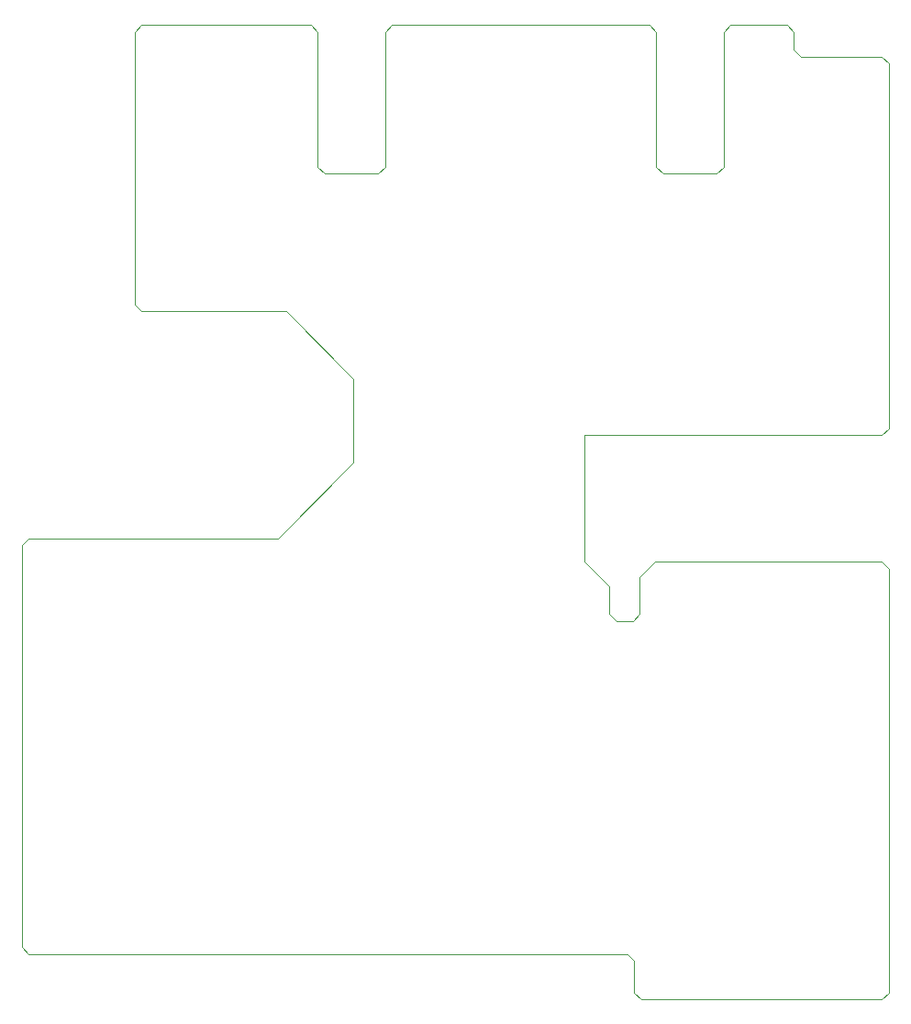
<source format=gbr>
%TF.GenerationSoftware,KiCad,Pcbnew,(6.0.7)*%
%TF.CreationDate,2022-08-24T00:27:46+02:00*%
%TF.ProjectId,n64adv2,6e363461-6476-4322-9e6b-696361645f70,20220729*%
%TF.SameCoordinates,Original*%
%TF.FileFunction,Profile,NP*%
%FSLAX46Y46*%
G04 Gerber Fmt 4.6, Leading zero omitted, Abs format (unit mm)*
G04 Created by KiCad (PCBNEW (6.0.7)) date 2022-08-24 00:27:46*
%MOMM*%
%LPD*%
G01*
G04 APERTURE LIST*
%TA.AperFunction,Profile*%
%ADD10C,0.050000*%
%TD*%
G04 APERTURE END LIST*
D10*
X188506100Y-149326600D02*
X187871100Y-149961600D01*
X172631100Y-73761600D02*
X167678100Y-73761600D01*
X135801100Y-73126600D02*
X135801100Y-60680600D01*
X142659100Y-60045600D02*
X166408100Y-60045600D01*
X162725100Y-114401600D02*
X163360100Y-115036600D01*
X167043100Y-60680600D02*
X167043100Y-73126600D01*
X173266100Y-60680600D02*
X173266100Y-73126600D01*
X166916100Y-109575600D02*
X187871100Y-109575600D01*
X118910100Y-60680600D02*
X119545100Y-60045600D01*
X163360100Y-115036600D02*
X164884100Y-115036600D01*
X179108100Y-60045600D02*
X173901100Y-60045600D01*
X173901100Y-60045600D02*
X173266100Y-60680600D01*
X142024100Y-60680600D02*
X142659100Y-60045600D01*
X164884100Y-115036600D02*
X165519100Y-114401600D01*
X187871100Y-109575600D02*
X188506100Y-110210600D01*
X187871100Y-149961600D02*
X165646100Y-149961600D01*
X165519100Y-114401600D02*
X165519100Y-110972600D01*
X132880100Y-86461600D02*
X119545100Y-86461600D01*
X142024100Y-73126600D02*
X142024100Y-60680600D01*
X160439100Y-109575600D02*
X162725100Y-111861600D01*
X118910100Y-85826600D02*
X119545100Y-86461600D01*
X179743100Y-60680600D02*
X179108100Y-60045600D01*
X179743100Y-62331600D02*
X179743100Y-60680600D01*
X188506100Y-63601600D02*
X188506100Y-97256600D01*
X164376100Y-145770600D02*
X109131100Y-145770600D01*
X165011100Y-149326600D02*
X165011100Y-146405600D01*
X132118100Y-107416600D02*
X139103100Y-100431600D01*
X142024100Y-73126600D02*
X141389100Y-73761600D01*
X167043100Y-73126600D02*
X167678100Y-73761600D01*
X139103100Y-92684600D02*
X132880100Y-86461600D01*
X188506100Y-63601600D02*
X187871100Y-62966600D01*
X135801100Y-60680600D02*
X135166100Y-60045600D01*
X188506100Y-97256600D02*
X187871100Y-97891600D01*
X165011100Y-146405600D02*
X164376100Y-145770600D01*
X118910100Y-85826600D02*
X118910100Y-60680600D01*
X132118100Y-107416600D02*
X109131100Y-107416600D01*
X136436100Y-73761600D02*
X135801100Y-73126600D01*
X108496100Y-145135600D02*
X108496100Y-108051600D01*
X167043100Y-60680600D02*
X166408100Y-60045600D01*
X172631100Y-73761600D02*
X173266100Y-73126600D01*
X187871100Y-62966600D02*
X180378100Y-62966600D01*
X136436100Y-73761600D02*
X141389100Y-73761600D01*
X160439100Y-97891600D02*
X160439100Y-109575600D01*
X180378100Y-62966600D02*
X179743100Y-62331600D01*
X139103100Y-100431600D02*
X139103100Y-92684600D01*
X165519100Y-110972600D02*
X166916100Y-109575600D01*
X109131100Y-107416600D02*
X108496100Y-108051600D01*
X119545100Y-60045600D02*
X135166100Y-60045600D01*
X188506100Y-110210600D02*
X188506100Y-149326600D01*
X162725100Y-111861600D02*
X162725100Y-114401600D01*
X165646100Y-149961600D02*
X165011100Y-149326600D01*
X109131100Y-145770600D02*
X108496100Y-145135600D01*
X187871100Y-97891600D02*
X160439100Y-97891600D01*
M02*

</source>
